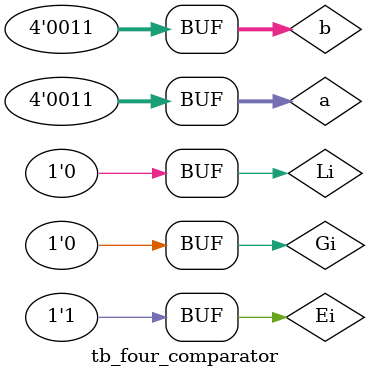
<source format=v>
`timescale 1ns/10ps

module tb_four_comparator;
	reg [3:0]	a;
	reg [3:0]	b;
	reg	Gi, Ei, Li;

	wire	Go;
	wire	Eo;
	wire	Lo;

	four_comparator tb(.a(a), .b(b), .Gi(Gi), .Ei(Ei), .Li(Li), .Go(Go), .Eo(Eo), .Lo(Lo)); 

	initial
		begin
			$dumpfile("test_four_comparator_out.vcd");
			$dumpvars(-1, tb);
			$monitor("%b", Go);
			$monitor("%b", Eo);
			$monitor("%b", Lo);
		end

	initial
		begin	
			Gi = 0;	Ei = 1;	Li = 0;
			a = 4'b00;	b = 4'b00;	#10;
			a = 4'b01;	b = 4'b00;	#10;
			a = 4'b01;	b = 4'b01;	#10;
			a = 4'b01;	b = 4'b10;	#10;
			a = 4'b10;	b = 4'b10;	#10;
			a = 4'b11;	b = 4'b10;	#10;
			a = 4'b11;	b = 4'b11;	#10;
		end
endmodule
</source>
